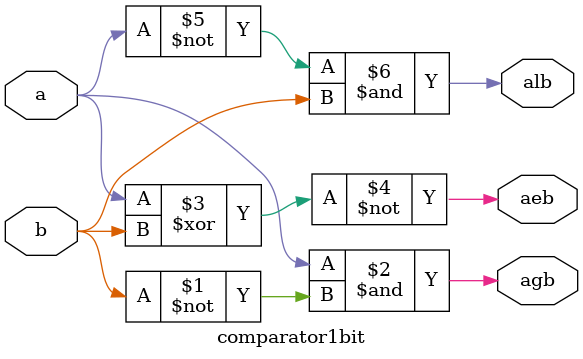
<source format=v>
`timescale 1ns / 1ps


    module comparator1bit(input a, input b,
    output agb, output aeb, output alb);
    assign agb= a & (~b);
    assign aeb= ~(a ^b);
    assign alb = (~a )& b;
    endmodule

</source>
